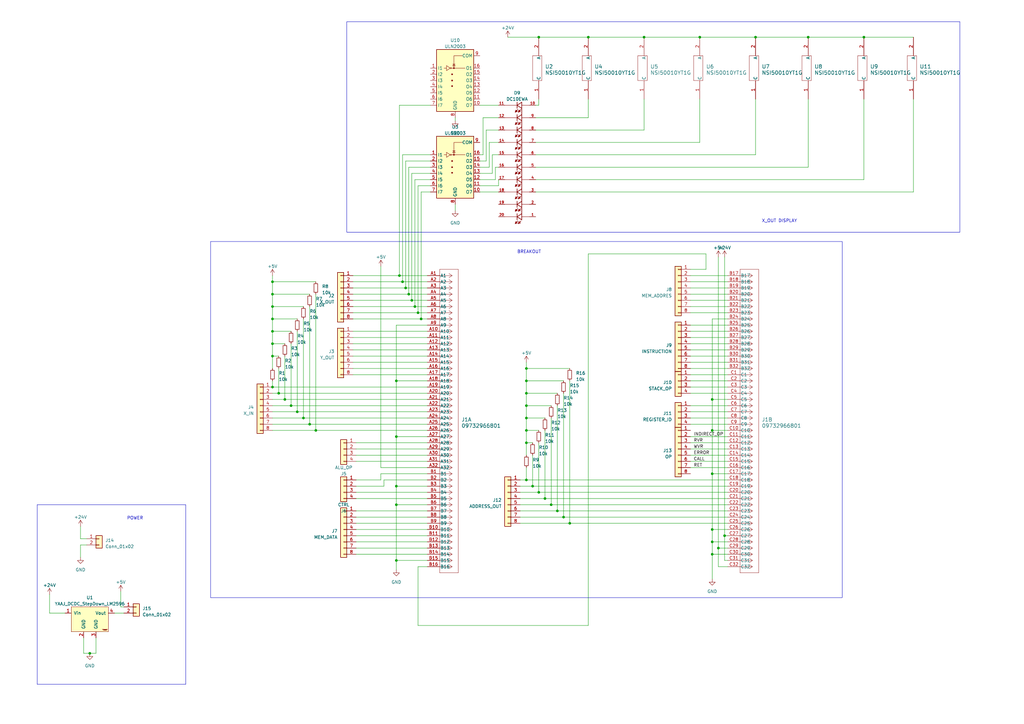
<source format=kicad_sch>
(kicad_sch (version 20230121) (generator eeschema)
  (paper "A3")
  (lib_symbols
    (symbol "41612:09732966801" (pin_names (offset 0.254))
      (property "Reference" "J" (at 8.89 6.35 0))
      (property "Value" "09732966801" (at 0 0 0))
      (symbol "09732966801_1_1"
        (pin unspecified line (at 0 0 0) (length 5.08) (name "A1") (number "A1"))
        (pin unspecified line (at 0 -22.86 0) (length 5.08) (name "A10") (number "A10"))
        (pin unspecified line (at 0 -25.4 0) (length 5.08) (name "A11") (number "A11"))
        (pin unspecified line (at 0 -27.94 0) (length 5.08) (name "A12") (number "A12"))
        (pin unspecified line (at 0 -30.48 0) (length 5.08) (name "A13") (number "A13"))
        (pin unspecified line (at 0 -33.02 0) (length 5.08) (name "A14") (number "A14"))
        (pin unspecified line (at 0 -35.56 0) (length 5.08) (name "A15") (number "A15"))
        (pin unspecified line (at 0 -38.1 0) (length 5.08) (name "A16") (number "A16"))
        (pin unspecified line (at 0 -40.64 0) (length 5.08) (name "A17") (number "A17"))
        (pin unspecified line (at 0 -43.18 0) (length 5.08) (name "A18") (number "A18"))
        (pin unspecified line (at 0 -45.72 0) (length 5.08) (name "A19") (number "A19"))
        (pin unspecified line (at 0 -2.54 0) (length 5.08) (name "A2") (number "A2"))
        (pin unspecified line (at 0 -48.26 0) (length 5.08) (name "A20") (number "A20"))
        (pin unspecified line (at 0 -50.8 0) (length 5.08) (name "A21") (number "A21"))
        (pin unspecified line (at 0 -53.34 0) (length 5.08) (name "A22") (number "A22"))
        (pin unspecified line (at 0 -55.88 0) (length 5.08) (name "A23") (number "A23"))
        (pin unspecified line (at 0 -58.42 0) (length 5.08) (name "A24") (number "A24"))
        (pin unspecified line (at 0 -60.96 0) (length 5.08) (name "A25") (number "A25"))
        (pin unspecified line (at 0 -63.5 0) (length 5.08) (name "A26") (number "A26"))
        (pin unspecified line (at 0 -66.04 0) (length 5.08) (name "A27") (number "A27"))
        (pin unspecified line (at 0 -68.58 0) (length 5.08) (name "A28") (number "A28"))
        (pin unspecified line (at 0 -71.12 0) (length 5.08) (name "A29") (number "A29"))
        (pin unspecified line (at 0 -5.08 0) (length 5.08) (name "A3") (number "A3"))
        (pin unspecified line (at 0 -73.66 0) (length 5.08) (name "A30") (number "A30"))
        (pin unspecified line (at 0 -76.2 0) (length 5.08) (name "A31") (number "A31"))
        (pin unspecified line (at 0 -78.74 0) (length 5.08) (name "A32") (number "A32"))
        (pin unspecified line (at 0 -7.62 0) (length 5.08) (name "A4") (number "A4"))
        (pin unspecified line (at 0 -10.16 0) (length 5.08) (name "A5") (number "A5"))
        (pin unspecified line (at 0 -12.7 0) (length 5.08) (name "A6") (number "A6"))
        (pin unspecified line (at 0 -15.24 0) (length 5.08) (name "A7") (number "A7"))
        (pin unspecified line (at 0 -17.78 0) (length 5.08) (name "A8") (number "A8"))
        (pin unspecified line (at 0 -20.32 0) (length 5.08) (name "A9") (number "A9"))
        (pin unspecified line (at 0 -81.28 0) (length 5.08) (name "B1") (number "B1"))
        (pin unspecified line (at 0 -104.14 0) (length 5.08) (name "B10") (number "B10"))
        (pin unspecified line (at 0 -106.68 0) (length 5.08) (name "B11") (number "B11"))
        (pin unspecified line (at 0 -109.22 0) (length 5.08) (name "B12") (number "B12"))
        (pin unspecified line (at 0 -111.76 0) (length 5.08) (name "B13") (number "B13"))
        (pin unspecified line (at 0 -114.3 0) (length 5.08) (name "B14") (number "B14"))
        (pin unspecified line (at 0 -116.84 0) (length 5.08) (name "B15") (number "B15"))
        (pin unspecified line (at 0 -119.38 0) (length 5.08) (name "B16") (number "B16"))
        (pin unspecified line (at 0 -83.82 0) (length 5.08) (name "B2") (number "B2"))
        (pin unspecified line (at 0 -86.36 0) (length 5.08) (name "B3") (number "B3"))
        (pin unspecified line (at 0 -88.9 0) (length 5.08) (name "B4") (number "B4"))
        (pin unspecified line (at 0 -91.44 0) (length 5.08) (name "B5") (number "B5"))
        (pin unspecified line (at 0 -93.98 0) (length 5.08) (name "B6") (number "B6"))
        (pin unspecified line (at 0 -96.52 0) (length 5.08) (name "B7") (number "B7"))
        (pin unspecified line (at 0 -99.06 0) (length 5.08) (name "B8") (number "B8"))
        (pin unspecified line (at 0 -101.6 0) (length 5.08) (name "B9") (number "B9"))
      )
      (symbol "09732966801_1_2"
        (pin unspecified line (at 0 0 0) (length 5.08) (name "A1") (number "A1"))
        (pin unspecified line (at 0 -22.86 0) (length 5.08) (name "A10") (number "A10"))
        (pin unspecified line (at 0 -25.4 0) (length 5.08) (name "A11") (number "A11"))
        (pin unspecified line (at 0 -27.94 0) (length 5.08) (name "A12") (number "A12"))
        (pin unspecified line (at 0 -30.48 0) (length 5.08) (name "A13") (number "A13"))
        (pin unspecified line (at 0 -33.02 0) (length 5.08) (name "A14") (number "A14"))
        (pin unspecified line (at 0 -35.56 0) (length 5.08) (name "A15") (number "A15"))
        (pin unspecified line (at 0 -38.1 0) (length 5.08) (name "A16") (number "A16"))
        (pin unspecified line (at 0 -40.64 0) (length 5.08) (name "A17") (number "A17"))
        (pin unspecified line (at 0 -43.18 0) (length 5.08) (name "A18") (number "A18"))
        (pin unspecified line (at 0 -45.72 0) (length 5.08) (name "A19") (number "A19"))
        (pin unspecified line (at 0 -2.54 0) (length 5.08) (name "A2") (number "A2"))
        (pin unspecified line (at 0 -48.26 0) (length 5.08) (name "A20") (number "A20"))
        (pin unspecified line (at 0 -50.8 0) (length 5.08) (name "A21") (number "A21"))
        (pin unspecified line (at 0 -53.34 0) (length 5.08) (name "A22") (number "A22"))
        (pin unspecified line (at 0 -55.88 0) (length 5.08) (name "A23") (number "A23"))
        (pin unspecified line (at 0 -58.42 0) (length 5.08) (name "A24") (number "A24"))
        (pin unspecified line (at 0 -60.96 0) (length 5.08) (name "A25") (number "A25"))
        (pin unspecified line (at 0 -63.5 0) (length 5.08) (name "A26") (number "A26"))
        (pin unspecified line (at 0 -66.04 0) (length 5.08) (name "A27") (number "A27"))
        (pin unspecified line (at 0 -68.58 0) (length 5.08) (name "A28") (number "A28"))
        (pin unspecified line (at 0 -71.12 0) (length 5.08) (name "A29") (number "A29"))
        (pin unspecified line (at 0 -5.08 0) (length 5.08) (name "A3") (number "A3"))
        (pin unspecified line (at 0 -73.66 0) (length 5.08) (name "A30") (number "A30"))
        (pin unspecified line (at 0 -76.2 0) (length 5.08) (name "A31") (number "A31"))
        (pin unspecified line (at 0 -78.74 0) (length 5.08) (name "A32") (number "A32"))
        (pin unspecified line (at 0 -7.62 0) (length 5.08) (name "A4") (number "A4"))
        (pin unspecified line (at 0 -10.16 0) (length 5.08) (name "A5") (number "A5"))
        (pin unspecified line (at 0 -12.7 0) (length 5.08) (name "A6") (number "A6"))
        (pin unspecified line (at 0 -15.24 0) (length 5.08) (name "A7") (number "A7"))
        (pin unspecified line (at 0 -17.78 0) (length 5.08) (name "A8") (number "A8"))
        (pin unspecified line (at 0 -20.32 0) (length 5.08) (name "A9") (number "A9"))
        (pin unspecified line (at 0 -81.28 0) (length 5.08) (name "B1") (number "B1"))
        (pin unspecified line (at 0 -104.14 0) (length 5.08) (name "B10") (number "B10"))
        (pin unspecified line (at 0 -106.68 0) (length 5.08) (name "B11") (number "B11"))
        (pin unspecified line (at 0 -109.22 0) (length 5.08) (name "B12") (number "B12"))
        (pin unspecified line (at 0 -111.76 0) (length 5.08) (name "B13") (number "B13"))
        (pin unspecified line (at 0 -114.3 0) (length 5.08) (name "B14") (number "B14"))
        (pin unspecified line (at 0 -116.84 0) (length 5.08) (name "B15") (number "B15"))
        (pin unspecified line (at 0 -119.38 0) (length 5.08) (name "B16") (number "B16"))
        (pin unspecified line (at 0 -83.82 0) (length 5.08) (name "B2") (number "B2"))
        (pin unspecified line (at 0 -86.36 0) (length 5.08) (name "B3") (number "B3"))
        (pin unspecified line (at 0 -88.9 0) (length 5.08) (name "B4") (number "B4"))
        (pin unspecified line (at 0 -91.44 0) (length 5.08) (name "B5") (number "B5"))
        (pin unspecified line (at 0 -93.98 0) (length 5.08) (name "B6") (number "B6"))
        (pin unspecified line (at 0 -96.52 0) (length 5.08) (name "B7") (number "B7"))
        (pin unspecified line (at 0 -99.06 0) (length 5.08) (name "B8") (number "B8"))
        (pin unspecified line (at 0 -101.6 0) (length 5.08) (name "B9") (number "B9"))
      )
      (symbol "09732966801_2_1"
        (pin unspecified line (at 0 0 0) (length 5.08) (name "B17") (number "B17"))
        (pin unspecified line (at 0 -2.54 0) (length 5.08) (name "B18") (number "B18"))
        (pin unspecified line (at 0 -5.08 0) (length 5.08) (name "B19") (number "B19"))
        (pin unspecified line (at 0 -7.62 0) (length 5.08) (name "B20") (number "B20"))
        (pin unspecified line (at 0 -10.16 0) (length 5.08) (name "B21") (number "B21"))
        (pin unspecified line (at 0 -12.7 0) (length 5.08) (name "B22") (number "B22"))
        (pin unspecified line (at 0 -15.24 0) (length 5.08) (name "B23") (number "B23"))
        (pin unspecified line (at 0 -17.78 0) (length 5.08) (name "B24") (number "B24"))
        (pin unspecified line (at 0 -20.32 0) (length 5.08) (name "B25") (number "B25"))
        (pin unspecified line (at 0 -22.86 0) (length 5.08) (name "B26") (number "B26"))
        (pin unspecified line (at 0 -25.4 0) (length 5.08) (name "B27") (number "B27"))
        (pin unspecified line (at 0 -27.94 0) (length 5.08) (name "B28") (number "B28"))
        (pin unspecified line (at 0 -30.48 0) (length 5.08) (name "B29") (number "B29"))
        (pin unspecified line (at 0 -33.02 0) (length 5.08) (name "B30") (number "B30"))
        (pin unspecified line (at 0 -35.56 0) (length 5.08) (name "B31") (number "B31"))
        (pin unspecified line (at 0 -38.1 0) (length 5.08) (name "B32") (number "B32"))
        (pin unspecified line (at 0 -40.64 0) (length 5.08) (name "C1") (number "C1"))
        (pin unspecified line (at 0 -63.5 0) (length 5.08) (name "C10") (number "C10"))
        (pin unspecified line (at 0 -66.04 0) (length 5.08) (name "C11") (number "C11"))
        (pin unspecified line (at 0 -68.58 0) (length 5.08) (name "C12") (number "C12"))
        (pin unspecified line (at 0 -71.12 0) (length 5.08) (name "C13") (number "C13"))
        (pin unspecified line (at 0 -73.66 0) (length 5.08) (name "C14") (number "C14"))
        (pin unspecified line (at 0 -76.2 0) (length 5.08) (name "C15") (number "C15"))
        (pin unspecified line (at 0 -78.74 0) (length 5.08) (name "C16") (number "C16"))
        (pin unspecified line (at 0 -81.28 0) (length 5.08) (name "C17") (number "C17"))
        (pin unspecified line (at 0 -83.82 0) (length 5.08) (name "C18") (number "C18"))
        (pin unspecified line (at 0 -86.36 0) (length 5.08) (name "C19") (number "C19"))
        (pin unspecified line (at 0 -43.18 0) (length 5.08) (name "C2") (number "C2"))
        (pin unspecified line (at 0 -88.9 0) (length 5.08) (name "C20") (number "C20"))
        (pin unspecified line (at 0 -91.44 0) (length 5.08) (name "C21") (number "C21"))
        (pin unspecified line (at 0 -93.98 0) (length 5.08) (name "C22") (number "C22"))
        (pin unspecified line (at 0 -96.52 0) (length 5.08) (name "C23") (number "C23"))
        (pin unspecified line (at 0 -99.06 0) (length 5.08) (name "C24") (number "C24"))
        (pin unspecified line (at 0 -101.6 0) (length 5.08) (name "C25") (number "C25"))
        (pin unspecified line (at 0 -104.14 0) (length 5.08) (name "C26") (number "C26"))
        (pin unspecified line (at 0 -106.68 0) (length 5.08) (name "C27") (number "C27"))
        (pin unspecified line (at 0 -109.22 0) (length 5.08) (name "C28") (number "C28"))
        (pin unspecified line (at 0 -111.76 0) (length 5.08) (name "C29") (number "C29"))
        (pin unspecified line (at 0 -45.72 0) (length 5.08) (name "C3") (number "C3"))
        (pin unspecified line (at 0 -114.3 0) (length 5.08) (name "C30") (number "C30"))
        (pin unspecified line (at 0 -116.84 0) (length 5.08) (name "C31") (number "C31"))
        (pin unspecified line (at 0 -119.38 0) (length 5.08) (name "C32") (number "C32"))
        (pin unspecified line (at 0 -48.26 0) (length 5.08) (name "C4") (number "C4"))
        (pin unspecified line (at 0 -50.8 0) (length 5.08) (name "C5") (number "C5"))
        (pin unspecified line (at 0 -53.34 0) (length 5.08) (name "C6") (number "C6"))
        (pin unspecified line (at 0 -55.88 0) (length 5.08) (name "C7") (number "C7"))
        (pin unspecified line (at 0 -58.42 0) (length 5.08) (name "C8") (number "C8"))
        (pin unspecified line (at 0 -60.96 0) (length 5.08) (name "C9") (number "C9"))
      )
      (symbol "09732966801_2_2"
        (pin unspecified line (at 0 0 0) (length 5.08) (name "B17") (number "B17"))
        (pin unspecified line (at 0 -2.54 0) (length 5.08) (name "B18") (number "B18"))
        (pin unspecified line (at 0 -5.08 0) (length 5.08) (name "B19") (number "B19"))
        (pin unspecified line (at 0 -7.62 0) (length 5.08) (name "B20") (number "B20"))
        (pin unspecified line (at 0 -10.16 0) (length 5.08) (name "B21") (number "B21"))
        (pin unspecified line (at 0 -12.7 0) (length 5.08) (name "B22") (number "B22"))
        (pin unspecified line (at 0 -15.24 0) (length 5.08) (name "B23") (number "B23"))
        (pin unspecified line (at 0 -17.78 0) (length 5.08) (name "B24") (number "B24"))
        (pin unspecified line (at 0 -20.32 0) (length 5.08) (name "B25") (number "B25"))
        (pin unspecified line (at 0 -22.86 0) (length 5.08) (name "B26") (number "B26"))
        (pin unspecified line (at 0 -25.4 0) (length 5.08) (name "B27") (number "B27"))
        (pin unspecified line (at 0 -27.94 0) (length 5.08) (name "B28") (number "B28"))
        (pin unspecified line (at 0 -30.48 0) (length 5.08) (name "B29") (number "B29"))
        (pin unspecified line (at 0 -33.02 0) (length 5.08) (name "B30") (number "B30"))
        (pin unspecified line (at 0 -35.56 0) (length 5.08) (name "B31") (number "B31"))
        (pin unspecified line (at 0 -38.1 0) (length 5.08) (name "B32") (number "B32"))
        (pin unspecified line (at 0 -40.64 0) (length 5.08) (name "C1") (number "C1"))
        (pin unspecified line (at 0 -63.5 0) (length 5.08) (name "C10") (number "C10"))
        (pin unspecified line (at 0 -66.04 0) (length 5.08) (name "C11") (number "C11"))
        (pin unspecified line (at 0 -68.58 0) (length 5.08) (name "C12") (number "C12"))
        (pin unspecified line (at 0 -71.12 0) (length 5.08) (name "C13") (number "C13"))
        (pin unspecified line (at 0 -73.66 0) (length 5.08) (name "C14") (number "C14"))
        (pin unspecified line (at 0 -76.2 0) (length 5.08) (name "C15") (number "C15"))
        (pin unspecified line (at 0 -78.74 0) (length 5.08) (name "C16") (number "C16"))
        (pin unspecified line (at 0 -81.28 0) (length 5.08) (name "C17") (number "C17"))
        (pin unspecified line (at 0 -83.82 0) (length 5.08) (name "C18") (number "C18"))
        (pin unspecified line (at 0 -86.36 0) (length 5.08) (name "C19") (number "C19"))
        (pin unspecified line (at 0 -43.18 0) (length 5.08) (name "C2") (number "C2"))
        (pin unspecified line (at 0 -88.9 0) (length 5.08) (name "C20") (number "C20"))
        (pin unspecified line (at 0 -91.44 0) (length 5.08) (name "C21") (number "C21"))
        (pin unspecified line (at 0 -93.98 0) (length 5.08) (name "C22") (number "C22"))
        (pin unspecified line (at 0 -96.52 0) (length 5.08) (name "C23") (number "C23"))
        (pin unspecified line (at 0 -99.06 0) (length 5.08) (name "C24") (number "C24"))
        (pin unspecified line (at 0 -101.6 0) (length 5.08) (name "C25") (number "C25"))
        (pin unspecified line (at 0 -104.14 0) (length 5.08) (name "C26") (number "C26"))
        (pin unspecified line (at 0 -106.68 0) (length 5.08) (name "C27") (number "C27"))
        (pin unspecified line (at 0 -109.22 0) (length 5.08) (name "C28") (number "C28"))
        (pin unspecified line (at 0 -111.76 0) (length 5.08) (name "C29") (number "C29"))
        (pin unspecified line (at 0 -45.72 0) (length 5.08) (name "C3") (number "C3"))
        (pin unspecified line (at 0 -114.3 0) (length 5.08) (name "C30") (number "C30"))
        (pin unspecified line (at 0 -116.84 0) (length 5.08) (name "C31") (number "C31"))
        (pin unspecified line (at 0 -119.38 0) (length 5.08) (name "C32") (number "C32"))
        (pin unspecified line (at 0 -48.26 0) (length 5.08) (name "C4") (number "C4"))
        (pin unspecified line (at 0 -50.8 0) (length 5.08) (name "C5") (number "C5"))
        (pin unspecified line (at 0 -53.34 0) (length 5.08) (name "C6") (number "C6"))
        (pin unspecified line (at 0 -55.88 0) (length 5.08) (name "C7") (number "C7"))
        (pin unspecified line (at 0 -58.42 0) (length 5.08) (name "C8") (number "C8"))
        (pin unspecified line (at 0 -60.96 0) (length 5.08) (name "C9") (number "C9"))
      )
    )
    (symbol "Connector_Generic:Conn_01x02" (pin_names (offset 1.016) hide)
      (property "Reference" "J" (at 0 2.54 0))
      (property "Value" "Conn_01x02" (at 0 -5.08 0))
      (symbol "Conn_01x02_1_1"
        (pin passive line (at -5.08 0 0) (length 3.81) (name "Pin_1") (number "1"))
        (pin passive line (at -5.08 -2.54 0) (length 3.81) (name "Pin_2") (number "2"))
      )
    )
    (symbol "Connector_Generic:Conn_01x04" (pin_names (offset 1.016) hide)
      (property "Reference" "J" (at 0 5.08 0))
      (property "Value" "Conn_01x04" (at 0 -7.62 0))
      (symbol "Conn_01x04_1_1"
        (pin passive line (at -5.08 2.54 0) (length 3.81) (name "Pin_1") (number "1"))
        (pin passive line (at -5.08 0 0) (length 3.81) (name "Pin_2") (number "2"))
        (pin passive line (at -5.08 -2.54 0) (length 3.81) (name "Pin_3") (number "3"))
        (pin passive line (at -5.08 -5.08 0) (length 3.81) (name "Pin_4") (number "4"))
      )
    )
    (symbol "Connector_Generic:Conn_01x08" (pin_names (offset 1.016) hide)
      (property "Reference" "J" (at 0 10.16 0))
      (property "Value" "Conn_01x08" (at 0 -12.7 0))
      (symbol "Conn_01x08_1_1"
        (pin passive line (at -5.08 7.62 0) (length 3.81) (name "Pin_1") (number "1"))
        (pin passive line (at -5.08 5.08 0) (length 3.81) (name "Pin_2") (number "2"))
        (pin passive line (at -5.08 2.54 0) (length 3.81) (name "Pin_3") (number "3"))
        (pin passive line (at -5.08 0 0) (length 3.81) (name "Pin_4") (number "4"))
        (pin passive line (at -5.08 -2.54 0) (length 3.81) (name "Pin_5") (number "5"))
        (pin passive line (at -5.08 -5.08 0) (length 3.81) (name "Pin_6") (number "6"))
        (pin passive line (at -5.08 -7.62 0) (length 3.81) (name "Pin_7") (number "7"))
        (pin passive line (at -5.08 -10.16 0) (length 3.81) (name "Pin_8") (number "8"))
      )
    )
    (symbol "DC10EWA:DC10EWA" (pin_names (offset 1.016))
      (property "Reference" "D" (at -7.62 27.94 0))
      (property "Value" "DC10EWA" (at -7.62 -27.94 0))
      (symbol "DC10EWA_0_0"
        (pin passive line (at -7.62 22.86 0) (length 2.54) (name "~") (number "1"))
        (pin passive line (at -7.62 -22.86 0) (length 2.54) (name "~") (number "10"))
        (pin passive line (at 7.62 -22.86 180) (length 2.54) (name "~") (number "11"))
        (pin passive line (at 7.62 -17.78 180) (length 2.54) (name "~") (number "12"))
        (pin passive line (at 7.62 -12.7 180) (length 2.54) (name "~") (number "13"))
        (pin passive line (at 7.62 -7.62 180) (length 2.54) (name "~") (number "14"))
        (pin passive line (at 7.62 -2.54 180) (length 2.54) (name "~") (number "15"))
        (pin passive line (at 7.62 2.54 180) (length 2.54) (name "~") (number "16"))
        (pin passive line (at 7.62 7.62 180) (length 2.54) (name "~") (number "17"))
        (pin passive line (at 7.62 12.7 180) (length 2.54) (name "~") (number "18"))
        (pin passive line (at 7.62 17.78 180) (length 2.54) (name "~") (number "19"))
        (pin passive line (at -7.62 17.78 0) (length 2.54) (name "~") (number "2"))
        (pin passive line (at 7.62 22.86 180) (length 2.54) (name "~") (number "20"))
        (pin passive line (at -7.62 12.7 0) (length 2.54) (name "~") (number "3"))
        (pin passive line (at -7.62 7.62 0) (length 2.54) (name "~") (number "4"))
        (pin passive line (at -7.62 2.54 0) (length 2.54) (name "~") (number "5"))
        (pin passive line (at -7.62 -2.54 0) (length 2.54) (name "~") (number "6"))
        (pin passive line (at -7.62 -7.62 0) (length 2.54) (name "~") (number "7"))
        (pin passive line (at -7.62 -12.7 0) (length 2.54) (name "~") (number "8"))
        (pin passive line (at -7.62 -17.78 0) (length 2.54) (name "~") (number "9"))
      )
    )
    (symbol "Device:R_Small" (pin_numbers hide) (pin_names (offset 0.254) hide)
      (property "Reference" "R" (at 0.762 0.508 0))
      (property "Value" "R_Small" (at 0.762 -1.016 0))
      (symbol "R_Small_1_1"
        (pin passive line (at 0 2.54 270) (length 0.762) (name "~") (number "1"))
        (pin passive line (at 0 -2.54 90) (length 0.762) (name "~") (number "2"))
      )
    )
    (symbol "NSI:NSI50010YT1G" (pin_names (offset 0.254))
      (property "Reference" "U" (at 12.7 7.62 0))
      (property "Value" "NSI50010YT1G" (at 12.7 5.08 0))
      (symbol "NSI50010YT1G_0_1"
        (pin power_out line (at 0 0 0) (length 7.62) (name "C") (number "1"))
        (pin power_in line (at 25.4 0 180) (length 7.62) (name "A") (number "2"))
      )
    )
    (symbol "Transistor_Array:ULN2003"
      (property "Reference" "U" (at 0 15.875 0))
      (property "Value" "ULN2003" (at 0 13.97 0))
      (symbol "ULN2003_1_1"
        (pin input line (at -10.16 5.08 0) (length 2.54) (name "I1") (number "1"))
        (pin open_collector line (at 10.16 -10.16 180) (length 2.54) (name "O7") (number "10"))
        (pin open_collector line (at 10.16 -7.62 180) (length 2.54) (name "O6") (number "11"))
        (pin open_collector line (at 10.16 -5.08 180) (length 2.54) (name "O5") (number "12"))
        (pin open_collector line (at 10.16 -2.54 180) (length 2.54) (name "O4") (number "13"))
        (pin open_collector line (at 10.16 0 180) (length 2.54) (name "O3") (number "14"))
        (pin open_collector line (at 10.16 2.54 180) (length 2.54) (name "O2") (number "15"))
        (pin open_collector line (at 10.16 5.08 180) (length 2.54) (name "O1") (number "16"))
        (pin input line (at -10.16 2.54 0) (length 2.54) (name "I2") (number "2"))
        (pin input line (at -10.16 0 0) (length 2.54) (name "I3") (number "3"))
        (pin input line (at -10.16 -2.54 0) (length 2.54) (name "I4") (number "4"))
        (pin input line (at -10.16 -5.08 0) (length 2.54) (name "I5") (number "5"))
        (pin input line (at -10.16 -7.62 0) (length 2.54) (name "I6") (number "6"))
        (pin input line (at -10.16 -10.16 0) (length 2.54) (name "I7") (number "7"))
        (pin power_in line (at 0 -15.24 90) (length 2.54) (name "GND") (number "8"))
        (pin passive line (at 10.16 10.16 180) (length 2.54) (name "COM") (number "9"))
      )
    )
    (symbol "power:+24V" (power) (pin_names (offset 0))
      (property "Value" "+24V" (at 0 3.556 0))
      (symbol "+24V_1_1"
        (pin power_in line (at 0 0 90) (length 0) hide (name "+24V") (number "1"))
      )
    )
    (symbol "power:+5V" (power) (pin_names (offset 0))
      (property "Value" "+5V" (at 0 3.556 0))
      (symbol "+5V_1_1"
        (pin power_in line (at 0 0 90) (length 0) hide (name "+5V") (number "1"))
      )
    )
    (symbol "power:GND" (power) (pin_names (offset 0))
      (property "Value" "GND" (at 0 -3.81 0))
      (symbol "GND_1_1"
        (pin power_in line (at 0 0 270) (length 0) hide (name "GND") (number "1"))
      )
    )
    (symbol "yaaj_dcdc_stepdown_lm2596:YAAJ_DCDC_StepDown_LM2596" (pin_names (offset 1.016))
      (property "Reference" "U" (at -5.08 6.35 0))
      (property "Value" "YAAJ_DCDC_StepDown_LM2596" (at 0 11.43 0))
      (symbol "YAAJ_DCDC_StepDown_LM2596_1_1"
        (text "Y@@V" (at 6.1976 -4.2672 0) (effects (font (size 0.508 0.508))))
        (pin power_in line (at -10.16 2.54 0) (length 2.54) (name "Vin") (number "1"))
        (pin power_in line (at -2.54 -7.62 90) (length 2.54) (name "GND") (number "2"))
        (pin power_in line (at 2.54 -7.62 90) (length 2.54) (name "GND") (number "3"))
        (pin power_out line (at 10.16 2.54 180) (length 2.54) (name "Vout") (number "4"))
      )
    )
  )
  (junction (at 168.91 123.19))
  (junction (at 292.1 176.53))
  (junction (at 162.56 156.21))
  (junction (at 124.46 171.45))
  (junction (at 215.9 156.21))
  (junction (at 162.56 229.87))
  (junction (at 241.3 15.24))
  (junction (at 220.98 201.93))
  (junction (at 292.1 163.83))
  (junction (at 129.54 176.53))
  (junction (at 215.9 161.29))
  (junction (at 170.18 125.73))
  (junction (at 215.9 196.85))
  (junction (at 163.83 113.03))
  (junction (at 171.45 128.27))
  (junction (at 287.02 15.24))
  (junction (at 294.64 224.79))
  (junction (at 116.84 163.83))
  (junction (at 172.72 130.81))
  (junction (at 111.76 146.05))
  (junction (at 215.9 151.13))
  (junction (at 111.76 140.97))
  (junction (at 215.9 166.37))
  (junction (at 114.3 161.29))
  (junction (at 292.1 194.31))
  (junction (at 127 173.99))
  (junction (at 111.76 158.75))
  (junction (at 215.9 171.45))
  (junction (at 309.88 15.24))
  (junction (at 233.68 214.63))
  (junction (at 292.1 217.17))
  (junction (at 292.1 222.25))
  (junction (at 218.44 199.39))
  (junction (at 162.56 199.39))
  (junction (at 166.37 118.11))
  (junction (at 121.92 168.91))
  (junction (at 292.1 227.33))
  (junction (at 111.76 115.57))
  (junction (at 167.64 120.65))
  (junction (at 215.9 176.53))
  (junction (at 165.1 115.57))
  (junction (at 111.76 125.73))
  (junction (at 162.56 179.07))
  (junction (at 297.18 219.71))
  (junction (at 223.52 204.47))
  (junction (at 162.56 207.01))
  (junction (at 119.38 166.37))
  (junction (at 111.76 130.81))
  (junction (at 215.9 181.61))
  (junction (at 354.33 15.24))
  (junction (at 36.83 267.97))
  (junction (at 111.76 135.89))
  (junction (at 264.16 15.24))
  (junction (at 231.14 212.09))
  (junction (at 331.47 15.24))
  (junction (at 111.76 120.65))
  (junction (at 220.98 15.24))
  (junction (at 228.6 209.55))
  (junction (at 226.06 207.01))
  (wire (pts (xy 162.56 207.01) (xy 175.26 207.01)))
  (wire (pts (xy 292.1 130.81) (xy 292.1 163.83)))
  (wire (pts (xy 20.32 251.46) (xy 20.32 243.84)))
  (wire (pts (xy 231.14 161.29) (xy 231.14 212.09)))
  (wire (pts (xy 213.36 214.63) (xy 233.68 214.63)))
  (wire (pts (xy 218.44 186.69) (xy 218.44 199.39)))
  (wire (pts (xy 111.76 130.81) (xy 121.92 130.81)))
  (wire (pts (xy 163.83 43.18) (xy 163.83 113.03)))
  (wire (pts (xy 215.9 151.13) (xy 233.68 151.13)))
  (wire (pts (xy 146.05 224.79) (xy 175.26 224.79)))
  (wire (pts (xy 146.05 212.09) (xy 175.26 212.09)))
  (wire (pts (xy 283.21 138.43) (xy 298.45 138.43)))
  (wire (pts (xy 171.45 232.41) (xy 171.45 256.54)))
  (wire (pts (xy 283.21 118.11) (xy 298.45 118.11)))
  (wire (pts (xy 111.76 120.65) (xy 111.76 125.73)))
  (wire (pts (xy 111.76 146.05) (xy 111.76 151.13)))
  (wire (pts (xy 111.76 163.83) (xy 116.84 163.83)))
  (wire (pts (xy 215.9 161.29) (xy 228.6 161.29)))
  (wire (pts (xy 292.1 217.17) (xy 292.1 222.25)))
  (wire (pts (xy 146.05 219.71) (xy 175.26 219.71)))
  (wire (pts (xy 157.48 199.39) (xy 146.05 199.39)))
  (wire (pts (xy 354.33 73.66) (xy 354.33 40.64)))
  (wire (pts (xy 226.06 171.45) (xy 226.06 207.01)))
  (wire (pts (xy 283.21 140.97) (xy 298.45 140.97)))
  (wire (pts (xy 292.1 227.33) (xy 292.1 237.49)))
  (wire (pts (xy 215.9 171.45) (xy 223.52 171.45)))
  (wire (pts (xy 146.05 204.47) (xy 175.26 204.47)))
  (wire (pts (xy 215.9 191.77) (xy 215.9 196.85)))
  (wire (pts (xy 215.9 166.37) (xy 226.06 166.37)))
  (wire (pts (xy 287.02 15.24) (xy 309.88 15.24)))
  (wire (pts (xy 49.53 248.92) (xy 50.8 248.92)))
  (wire (pts (xy 34.29 267.97) (xy 36.83 267.97)))
  (wire (pts (xy 111.76 168.91) (xy 121.92 168.91)))
  (wire (pts (xy 175.26 133.35) (xy 162.56 133.35)))
  (wire (pts (xy 219.71 68.58) (xy 331.47 68.58)))
  (wire (pts (xy 146.05 217.17) (xy 175.26 217.17)))
  (wire (pts (xy 165.1 63.5) (xy 165.1 115.57)))
  (wire (pts (xy 228.6 209.55) (xy 298.45 209.55)))
  (wire (pts (xy 170.18 125.73) (xy 175.26 125.73)))
  (wire (pts (xy 157.48 196.85) (xy 157.48 199.39)))
  (wire (pts (xy 175.26 191.77) (xy 156.21 191.77)))
  (wire (pts (xy 297.18 229.87) (xy 297.18 219.71)))
  (wire (pts (xy 292.1 217.17) (xy 298.45 217.17)))
  (wire (pts (xy 215.9 156.21) (xy 231.14 156.21)))
  (wire (pts (xy 196.85 43.18) (xy 204.47 43.18)))
  (wire (pts (xy 283.21 133.35) (xy 298.45 133.35)))
  (wire (pts (xy 233.68 214.63) (xy 298.45 214.63)))
  (wire (pts (xy 215.9 148.59) (xy 215.9 151.13)))
  (wire (pts (xy 162.56 133.35) (xy 162.56 156.21)))
  (wire (pts (xy 283.21 115.57) (xy 298.45 115.57)))
  (wire (pts (xy 283.21 181.61) (xy 298.45 181.61)))
  (wire (pts (xy 176.53 68.58) (xy 167.64 68.58)))
  (wire (pts (xy 176.53 76.2) (xy 171.45 76.2)))
  (wire (pts (xy 264.16 53.34) (xy 264.16 40.64)))
  (wire (pts (xy 176.53 73.66) (xy 170.18 73.66)))
  (wire (pts (xy 213.36 204.47) (xy 223.52 204.47)))
  (wire (pts (xy 219.71 58.42) (xy 287.02 58.42)))
  (wire (pts (xy 186.69 83.82) (xy 186.69 86.36)))
  (wire (pts (xy 297.18 105.41) (xy 297.18 219.71)))
  (wire (pts (xy 283.21 191.77) (xy 298.45 191.77)))
  (wire (pts (xy 200.66 58.42) (xy 204.47 58.42)))
  (wire (pts (xy 175.26 194.31) (xy 156.21 194.31)))
  (wire (pts (xy 156.21 194.31) (xy 156.21 196.85)))
  (wire (pts (xy 124.46 171.45) (xy 175.26 171.45)))
  (wire (pts (xy 264.16 15.24) (xy 287.02 15.24)))
  (wire (pts (xy 292.1 222.25) (xy 298.45 222.25)))
  (wire (pts (xy 226.06 207.01) (xy 298.45 207.01)))
  (wire (pts (xy 162.56 199.39) (xy 175.26 199.39)))
  (wire (pts (xy 49.53 242.57) (xy 49.53 248.92)))
  (wire (pts (xy 208.28 15.24) (xy 220.98 15.24)))
  (wire (pts (xy 121.92 168.91) (xy 175.26 168.91)))
  (wire (pts (xy 215.9 161.29) (xy 215.9 166.37)))
  (wire (pts (xy 298.45 130.81) (xy 292.1 130.81)))
  (wire (pts (xy 111.76 176.53) (xy 129.54 176.53)))
  (wire (pts (xy 144.78 135.89) (xy 175.26 135.89)))
  (wire (pts (xy 111.76 135.89) (xy 119.38 135.89)))
  (wire (pts (xy 39.37 261.62) (xy 39.37 267.97)))
  (wire (pts (xy 162.56 179.07) (xy 162.56 199.39)))
  (wire (pts (xy 127 173.99) (xy 175.26 173.99)))
  (wire (pts (xy 220.98 43.18) (xy 220.98 40.64)))
  (wire (pts (xy 223.52 204.47) (xy 298.45 204.47)))
  (wire (pts (xy 34.29 261.62) (xy 34.29 267.97)))
  (wire (pts (xy 196.85 76.2) (xy 204.47 76.2)))
  (wire (pts (xy 162.56 199.39) (xy 162.56 207.01)))
  (wire (pts (xy 204.47 76.2) (xy 204.47 73.66)))
  (wire (pts (xy 283.21 173.99) (xy 298.45 173.99)))
  (wire (pts (xy 218.44 199.39) (xy 298.45 199.39)))
  (wire (pts (xy 298.45 224.79) (xy 294.64 224.79)))
  (wire (pts (xy 241.3 48.26) (xy 241.3 40.64)))
  (wire (pts (xy 111.76 125.73) (xy 111.76 130.81)))
  (wire (pts (xy 175.26 229.87) (xy 162.56 229.87)))
  (wire (pts (xy 144.78 151.13) (xy 175.26 151.13)))
  (wire (pts (xy 298.45 219.71) (xy 297.18 219.71)))
  (wire (pts (xy 111.76 173.99) (xy 127 173.99)))
  (wire (pts (xy 111.76 115.57) (xy 129.54 115.57)))
  (wire (pts (xy 213.36 209.55) (xy 228.6 209.55)))
  (wire (pts (xy 162.56 229.87) (xy 162.56 233.68)))
  (wire (pts (xy 129.54 120.65) (xy 129.54 176.53)))
  (wire (pts (xy 201.93 63.5) (xy 204.47 63.5)))
  (wire (pts (xy 186.69 48.26) (xy 186.69 49.53)))
  (wire (pts (xy 114.3 151.13) (xy 114.3 161.29)))
  (wire (pts (xy 35.56 223.52) (xy 33.02 223.52)))
  (wire (pts (xy 354.33 15.24) (xy 374.65 15.24)))
  (wire (pts (xy 144.78 153.67) (xy 175.26 153.67)))
  (wire (pts (xy 162.56 179.07) (xy 175.26 179.07)))
  (wire (pts (xy 309.88 63.5) (xy 309.88 40.64)))
  (wire (pts (xy 283.21 166.37) (xy 298.45 166.37)))
  (wire (pts (xy 196.85 73.66) (xy 203.2 73.66)))
  (wire (pts (xy 144.78 143.51) (xy 175.26 143.51)))
  (wire (pts (xy 146.05 209.55) (xy 175.26 209.55)))
  (wire (pts (xy 111.76 125.73) (xy 124.46 125.73)))
  (wire (pts (xy 283.21 186.69) (xy 298.45 186.69)))
  (wire (pts (xy 215.9 181.61) (xy 218.44 181.61)))
  (wire (pts (xy 199.39 53.34) (xy 204.47 53.34)))
  (wire (pts (xy 215.9 176.53) (xy 215.9 181.61)))
  (wire (pts (xy 111.76 156.21) (xy 111.76 158.75)))
  (wire (pts (xy 166.37 118.11) (xy 175.26 118.11)))
  (wire (pts (xy 119.38 166.37) (xy 175.26 166.37)))
  (wire (pts (xy 162.56 156.21) (xy 175.26 156.21)))
  (wire (pts (xy 241.3 15.24) (xy 264.16 15.24)))
  (wire (pts (xy 215.9 171.45) (xy 215.9 176.53)))
  (wire (pts (xy 283.21 171.45) (xy 298.45 171.45)))
  (wire (pts (xy 176.53 78.74) (xy 172.72 78.74)))
  (wire (pts (xy 292.1 163.83) (xy 292.1 176.53)))
  (wire (pts (xy 200.66 68.58) (xy 200.66 58.42)))
  (wire (pts (xy 119.38 140.97) (xy 119.38 166.37)))
  (wire (pts (xy 144.78 123.19) (xy 168.91 123.19)))
  (wire (pts (xy 215.9 196.85) (xy 298.45 196.85)))
  (wire (pts (xy 241.3 256.54) (xy 241.3 104.14)))
  (wire (pts (xy 220.98 201.93) (xy 298.45 201.93)))
  (wire (pts (xy 166.37 66.04) (xy 166.37 118.11)))
  (wire (pts (xy 176.53 71.12) (xy 168.91 71.12)))
  (wire (pts (xy 167.64 120.65) (xy 175.26 120.65)))
  (wire (pts (xy 33.02 215.9) (xy 33.02 220.98)))
  (wire (pts (xy 292.1 227.33) (xy 298.45 227.33)))
  (wire (pts (xy 129.54 176.53) (xy 175.26 176.53)))
  (wire (pts (xy 144.78 130.81) (xy 172.72 130.81)))
  (wire (pts (xy 171.45 128.27) (xy 175.26 128.27)))
  (wire (pts (xy 156.21 196.85) (xy 146.05 196.85)))
  (wire (pts (xy 176.53 43.18) (xy 163.83 43.18)))
  (wire (pts (xy 144.78 120.65) (xy 167.64 120.65)))
  (wire (pts (xy 220.98 15.24) (xy 241.3 15.24)))
  (wire (pts (xy 213.36 201.93) (xy 220.98 201.93)))
  (wire (pts (xy 172.72 78.74) (xy 172.72 130.81)))
  (wire (pts (xy 283.21 143.51) (xy 298.45 143.51)))
  (wire (pts (xy 144.78 148.59) (xy 175.26 148.59)))
  (wire (pts (xy 331.47 15.24) (xy 354.33 15.24)))
  (wire (pts (xy 198.12 48.26) (xy 204.47 48.26)))
  (wire (pts (xy 199.39 66.04) (xy 199.39 53.34)))
  (wire (pts (xy 196.85 71.12) (xy 201.93 71.12)))
  (wire (pts (xy 111.76 158.75) (xy 175.26 158.75)))
  (wire (pts (xy 283.21 184.15) (xy 298.45 184.15)))
  (wire (pts (xy 219.71 63.5) (xy 309.88 63.5)))
  (wire (pts (xy 111.76 146.05) (xy 114.3 146.05)))
  (wire (pts (xy 127 125.73) (xy 127 173.99)))
  (wire (pts (xy 172.72 130.81) (xy 175.26 130.81)))
  (wire (pts (xy 374.65 78.74) (xy 374.65 40.64)))
  (wire (pts (xy 168.91 123.19) (xy 175.26 123.19)))
  (wire (pts (xy 35.56 220.98) (xy 33.02 220.98)))
  (wire (pts (xy 283.21 113.03) (xy 298.45 113.03)))
  (wire (pts (xy 111.76 166.37) (xy 119.38 166.37)))
  (wire (pts (xy 215.9 151.13) (xy 215.9 156.21)))
  (wire (pts (xy 20.32 251.46) (xy 26.67 251.46)))
  (wire (pts (xy 283.21 153.67) (xy 298.45 153.67)))
  (wire (pts (xy 213.36 207.01) (xy 226.06 207.01)))
  (wire (pts (xy 292.1 176.53) (xy 298.45 176.53)))
  (wire (pts (xy 196.85 63.5) (xy 198.12 63.5)))
  (wire (pts (xy 144.78 115.57) (xy 165.1 115.57)))
  (wire (pts (xy 298.45 229.87) (xy 297.18 229.87)))
  (wire (pts (xy 203.2 73.66) (xy 203.2 68.58)))
  (wire (pts (xy 156.21 191.77) (xy 156.21 109.22)))
  (wire (pts (xy 111.76 113.03) (xy 111.76 115.57)))
  (wire (pts (xy 287.02 58.42) (xy 287.02 40.64)))
  (wire (pts (xy 144.78 128.27) (xy 171.45 128.27)))
  (wire (pts (xy 33.02 223.52) (xy 33.02 228.6)))
  (wire (pts (xy 162.56 207.01) (xy 162.56 229.87)))
  (wire (pts (xy 146.05 181.61) (xy 175.26 181.61)))
  (wire (pts (xy 231.14 212.09) (xy 298.45 212.09)))
  (wire (pts (xy 171.45 256.54) (xy 241.3 256.54)))
  (wire (pts (xy 283.21 148.59) (xy 298.45 148.59)))
  (wire (pts (xy 144.78 125.73) (xy 170.18 125.73)))
  (wire (pts (xy 146.05 222.25) (xy 175.26 222.25)))
  (wire (pts (xy 283.21 161.29) (xy 298.45 161.29)))
  (wire (pts (xy 146.05 184.15) (xy 175.26 184.15)))
  (wire (pts (xy 144.78 113.03) (xy 163.83 113.03)))
  (wire (pts (xy 213.36 212.09) (xy 231.14 212.09)))
  (wire (pts (xy 294.64 232.41) (xy 294.64 224.79)))
  (wire (pts (xy 196.85 66.04) (xy 199.39 66.04)))
  (wire (pts (xy 144.78 140.97) (xy 175.26 140.97)))
  (wire (pts (xy 116.84 146.05) (xy 116.84 163.83)))
  (wire (pts (xy 168.91 71.12) (xy 168.91 123.19)))
  (wire (pts (xy 331.47 68.58) (xy 331.47 40.64)))
  (wire (pts (xy 162.56 156.21) (xy 162.56 179.07)))
  (wire (pts (xy 215.9 156.21) (xy 215.9 161.29)))
  (wire (pts (xy 215.9 166.37) (xy 215.9 171.45)))
  (wire (pts (xy 111.76 171.45) (xy 124.46 171.45)))
  (wire (pts (xy 124.46 130.81) (xy 124.46 171.45)))
  (wire (pts (xy 294.64 105.41) (xy 294.64 224.79)))
  (wire (pts (xy 283.21 151.13) (xy 298.45 151.13)))
  (wire (pts (xy 111.76 140.97) (xy 111.76 146.05)))
  (wire (pts (xy 167.64 68.58) (xy 167.64 120.65)))
  (wire (pts (xy 46.99 251.46) (xy 50.8 251.46)))
  (wire (pts (xy 292.1 194.31) (xy 292.1 217.17)))
  (wire (pts (xy 111.76 130.81) (xy 111.76 135.89)))
  (wire (pts (xy 283.21 135.89) (xy 298.45 135.89)))
  (wire (pts (xy 201.93 71.12) (xy 201.93 63.5)))
  (wire (pts (xy 111.76 115.57) (xy 111.76 120.65)))
  (wire (pts (xy 298.45 232.41) (xy 294.64 232.41)))
  (wire (pts (xy 283.21 125.73) (xy 298.45 125.73)))
  (wire (pts (xy 219.71 48.26) (xy 241.3 48.26)))
  (wire (pts (xy 283.21 123.19) (xy 298.45 123.19)))
  (wire (pts (xy 213.36 199.39) (xy 218.44 199.39)))
  (wire (pts (xy 163.83 113.03) (xy 175.26 113.03)))
  (wire (pts (xy 146.05 186.69) (xy 175.26 186.69)))
  (wire (pts (xy 176.53 63.5) (xy 165.1 63.5)))
  (wire (pts (xy 213.36 196.85) (xy 215.9 196.85)))
  (wire (pts (xy 116.84 163.83) (xy 175.26 163.83)))
  (wire (pts (xy 292.1 194.31) (xy 298.45 194.31)))
  (wire (pts (xy 233.68 156.21) (xy 233.68 214.63)))
  (wire (pts (xy 114.3 161.29) (xy 175.26 161.29)))
  (wire (pts (xy 198.12 63.5) (xy 198.12 48.26)))
  (wire (pts (xy 220.98 181.61) (xy 220.98 201.93)))
  (wire (pts (xy 219.71 43.18) (xy 220.98 43.18)))
  (wire (pts (xy 196.85 68.58) (xy 200.66 68.58)))
  (wire (pts (xy 292.1 176.53) (xy 292.1 194.31)))
  (wire (pts (xy 144.78 138.43) (xy 175.26 138.43)))
  (wire (pts (xy 283.21 120.65) (xy 298.45 120.65)))
  (wire (pts (xy 144.78 118.11) (xy 166.37 118.11)))
  (wire (pts (xy 309.88 15.24) (xy 331.47 15.24)))
  (wire (pts (xy 215.9 181.61) (xy 215.9 186.69)))
  (wire (pts (xy 219.71 73.66) (xy 354.33 73.66)))
  (wire (pts (xy 283.21 168.91) (xy 298.45 168.91)))
  (wire (pts (xy 289.56 110.49) (xy 283.21 110.49)))
  (wire (pts (xy 146.05 227.33) (xy 175.26 227.33)))
  (wire (pts (xy 146.05 214.63) (xy 175.26 214.63)))
  (wire (pts (xy 223.52 176.53) (xy 223.52 204.47)))
  (wire (pts (xy 121.92 135.89) (xy 121.92 168.91)))
  (wire (pts (xy 144.78 146.05) (xy 175.26 146.05)))
  (wire (pts (xy 176.53 66.04) (xy 166.37 66.04)))
  (wire (pts (xy 292.1 222.25) (xy 292.1 227.33)))
  (wire (pts (xy 283.21 128.27) (xy 298.45 128.27)))
  (wire (pts (xy 283.21 146.05) (xy 298.45 146.05)))
  (wire (pts (xy 111.76 135.89) (xy 111.76 140.97)))
  (wire (pts (xy 170.18 73.66) (xy 170.18 125.73)))
  (wire (pts (xy 111.76 120.65) (xy 127 120.65)))
  (wire (pts (xy 283.21 179.07) (xy 298.45 179.07)))
  (wire (pts (xy 175.26 196.85) (xy 157.48 196.85)))
  (wire (pts (xy 175.26 232.41) (xy 171.45 232.41)))
  (wire (pts (xy 196.85 78.74) (xy 204.47 78.74)))
  (wire (pts (xy 215.9 176.53) (xy 220.98 176.53)))
  (wire (pts (xy 111.76 161.29) (xy 114.3 161.29)))
  (wire (pts (xy 111.76 140.97) (xy 116.84 140.97)))
  (wire (pts (xy 283.21 189.23) (xy 298.45 189.23)))
  (wire (pts (xy 171.45 76.2) (xy 171.45 128.27)))
  (wire (pts (xy 283.21 158.75) (xy 298.45 158.75)))
  (wire (pts (xy 39.37 267.97) (xy 36.83 267.97)))
  (wire (pts (xy 283.21 156.21) (xy 298.45 156.21)))
  (wire (pts (xy 228.6 166.37) (xy 228.6 209.55)))
  (wire (pts (xy 203.2 68.58) (xy 204.47 68.58)))
  (wire (pts (xy 219.71 53.34) (xy 264.16 53.34)))
  (wire (pts (xy 146.05 201.93) (xy 175.26 201.93)))
  (wire (pts (xy 146.05 189.23) (xy 175.26 189.23)))
  (wire (pts (xy 165.1 115.57) (xy 175.26 115.57)))
  (wire (pts (xy 219.71 78.74) (xy 374.65 78.74)))
  (wire (pts (xy 241.3 104.14) (xy 289.56 104.14)))
  (wire (pts (xy 289.56 104.14) (xy 289.56 110.49)))
  (wire (pts (xy 292.1 163.83) (xy 298.45 163.83)))
  (rectangle (start 142.24 8.89) (end 393.7 95.25))
  (rectangle (start 86.36 99.06) (end 345.44 245.11))
  (rectangle (start 15.24 207.01) (end 76.2 280.67))
  (text "X_OUT DISPLAY" (at 312.42 91.44 0) (effects (font (size 1.27 1.27)) (justify left bottom)))
  (text "BREAKOUT" (at 212.09 104.14 0) (effects (font (size 1.27 1.27)) (justify left bottom)))
  (text "POWER" (at 52.07 213.36 0) (effects (font (size 1.27 1.27)) (justify left bottom)))
  (label "ERROR" (at 284.48 186.69 0))
  (label "CALL" (at 284.48 189.23 0))
  (label "RET" (at 284.48 191.77 0))
  (label "RVR" (at 284.48 181.61 0))
  (label "INDIRECT_OP" (at 284.48 179.07 0))
  (label "WVR" (at 284.48 184.15 0))
  (symbol (lib_id "power:+5V") (at 156.21 109.22 0) (unit 1)
    (property "Reference" "#PWR05" (effects hide))
    (property "Value" "+5V" (at 156.21 105.41 0))
  )
  (symbol (lib_id "NSI:NSI50010YT1G") (at 264.16 40.64 90) (unit 1)
    (property "Reference" "U5" (at 266.7 27.305 90) (effects (font (size 1.524 1.524)) (justify right)))
    (property "Value" "NSI50010YT1G" (at 266.7 29.845 90) (effects (font (size 1.524 1.524)) (justify right)))
    (property "Footprint" "libs:SOD123-2_ONS" (effects hide))
    (property "Datasheet" "NSI50010YT1G" (effects hide))
  )
  (symbol (lib_id "power:GND") (at 186.69 86.36 0) (unit 1)
    (property "Reference" "#PWR014" (effects hide))
    (property "Value" "GND" (at 186.69 91.44 0))
  )
  (symbol (lib_id "NSI:NSI50010YT1G") (at 241.3 40.64 90) (unit 1)
    (property "Reference" "U4" (at 243.84 27.305 90) (effects (font (size 1.524 1.524)) (justify right)))
    (property "Value" "NSI50010YT1G" (at 243.84 29.845 90) (effects (font (size 1.524 1.524)) (justify right)))
    (property "Footprint" "libs:SOD123-2_ONS" (effects hide))
    (property "Datasheet" "NSI50010YT1G" (effects hide))
  )
  (symbol (lib_id "Connector_Generic:Conn_01x08") (at 139.7 143.51 0) (mirror y) (unit 1)
    (property "Reference" "J3" (at 137.16 144.145 0) (effects (justify left)))
    (property "Value" "Y_OUT" (at 137.16 146.685 0) (effects (justify left)))
    (property "Footprint" "Connector_PinHeader_2.54mm:PinHeader_1x08_P2.54mm_Vertical" (effects hide))
  )
  (symbol (lib_id "41612:09732966801") (at 175.26 113.03 0) (unit 1)
    (property "Reference" "J1" (at 189.23 172.085 0) (effects (font (size 1.524 1.524)) (justify left)))
    (property "Value" "09732966801" (at 189.23 174.625 0) (effects (font (size 1.524 1.524)) (justify left)))
    (property "Footprint" "libs:DIN41612_C_3x32_Female_Vertical_THT" (effects hide))
    (property "Datasheet" "09732966801" (effects hide))
  )
  (symbol (lib_id "Transistor_Array:ULN2003") (at 186.69 68.58 0) (unit 1)
    (property "Reference" "U3" (at 186.69 52.07 0))
    (property "Value" "ULN2003" (at 186.69 54.61 0))
    (property "Footprint" "Package_SO:TSSOP-16-1EP_4.4x5mm_P0.65mm" (effects hide))
    (property "Datasheet" "http://www.ti.com/lit/ds/symlink/uln2003a.pdf" (effects hide))
  )
  (symbol (lib_id "Connector_Generic:Conn_01x08") (at 278.13 140.97 0) (mirror y) (unit 1)
    (property "Reference" "J9" (at 275.59 141.605 0) (effects (justify left)))
    (property "Value" "INSTRUCTION" (at 275.59 144.145 0) (effects (justify left)))
    (property "Footprint" "Connector_PinHeader_2.54mm:PinHeader_1x08_P2.54mm_Vertical" (effects hide))
  )
  (symbol (lib_id "Connector_Generic:Conn_01x08") (at 106.68 166.37 0) (mirror y) (unit 1)
    (property "Reference" "J4" (at 104.14 167.005 0) (effects (justify left)))
    (property "Value" "X_IN" (at 104.14 169.545 0) (effects (justify left)))
    (property "Footprint" "Connector_PinHeader_2.54mm:PinHeader_1x08_P2.54mm_Vertical" (effects hide))
  )
  (symbol (lib_id "Device:R_Small") (at 116.84 143.51 0) (unit 1)
    (property "Reference" "R3" (at 119.38 142.875 0) (effects (justify left)))
    (property "Value" "10k" (at 119.38 145.415 0) (effects (justify left)))
    (property "Footprint" "Resistor_SMD:R_0805_2012Metric_Pad1.20x1.40mm_HandSolder" (effects hide))
  )
  (symbol (lib_id "Device:R_Small") (at 129.54 118.11 0) (unit 1)
    (property "Reference" "R8" (at 132.08 117.475 0) (effects (justify left)))
    (property "Value" "10k" (at 132.08 120.015 0) (effects (justify left)))
    (property "Footprint" "Resistor_SMD:R_0805_2012Metric_Pad1.20x1.40mm_HandSolder" (effects hide))
  )
  (symbol (lib_id "power:GND") (at 162.56 233.68 0) (unit 1)
    (property "Reference" "#PWR03" (effects hide))
    (property "Value" "GND" (at 162.56 238.76 0))
  )
  (symbol (lib_id "DC10EWA:DC10EWA") (at 212.09 66.04 180) (unit 1)
    (property "Reference" "D9" (at 212.09 38.1 0))
    (property "Value" "DC10EWA" (at 212.09 40.64 0))
    (property "Footprint" "libs:DIP750W50P254L2540H825Q20" (effects hide))
    (property "PARTREV" "V.10A" (effects hide))
    (property "STANDARD" "Manufacturer recommendations" (effects hide))
    (property "MAXIMUM_PACKAGE_HEIGHT" "8.25 mm" (effects hide))
    (property "MANUFACTURER" "Kingbright" (effects hide))
  )
  (symbol (lib_id "Device:R_Small") (at 119.38 138.43 0) (unit 1)
    (property "Reference" "R4" (at 121.92 137.795 0) (effects (justify left)))
    (property "Value" "10k" (at 121.92 140.335 0) (effects (justify left)))
    (property "Footprint" "Resistor_SMD:R_0805_2012Metric_Pad1.20x1.40mm_HandSolder" (effects hide))
  )
  (symbol (lib_id "power:GND") (at 292.1 237.49 0) (unit 1)
    (property "Reference" "#PWR04" (effects hide))
    (property "Value" "GND" (at 292.1 242.57 0))
  )
  (symbol (lib_id "NSI:NSI50010YT1G") (at 309.88 40.64 90) (unit 1)
    (property "Reference" "U7" (at 312.42 27.305 90) (effects (font (size 1.524 1.524)) (justify right)))
    (property "Value" "NSI50010YT1G" (at 312.42 29.845 90) (effects (font (size 1.524 1.524)) (justify right)))
    (property "Footprint" "libs:SOD123-2_ONS" (effects hide))
    (property "Datasheet" "NSI50010YT1G" (effects hide))
  )
  (symbol (lib_id "NSI:NSI50010YT1G") (at 331.47 40.64 90) (unit 1)
    (property "Reference" "U8" (at 334.01 27.305 90) (effects (font (size 1.524 1.524)) (justify right)))
    (property "Value" "NSI50010YT1G" (at 334.01 29.845 90) (effects (font (size 1.524 1.524)) (justify right)))
    (property "Footprint" "libs:SOD123-2_ONS" (effects hide))
    (property "Datasheet" "NSI50010YT1G" (effects hide))
  )
  (symbol (lib_id "NSI:NSI50010YT1G") (at 374.65 40.64 90) (unit 1)
    (property "Reference" "U11" (at 377.19 27.305 90) (effects (font (size 1.524 1.524)) (justify right)))
    (property "Value" "NSI50010YT1G" (at 377.19 29.845 90) (effects (font (size 1.524 1.524)) (justify right)))
    (property "Footprint" "libs:SOD123-2_ONS" (effects hide))
    (property "Datasheet" "NSI50010YT1G" (effects hide))
  )
  (symbol (lib_id "Device:R_Small") (at 114.3 148.59 0) (unit 1)
    (property "Reference" "R2" (at 116.84 147.955 0) (effects (justify left)))
    (property "Value" "10k" (at 116.84 150.495 0) (effects (justify left)))
    (property "Footprint" "Resistor_SMD:R_0805_2012Metric_Pad1.20x1.40mm_HandSolder" (effects hide))
  )
  (symbol (lib_id "Connector_Generic:Conn_01x08") (at 278.13 184.15 0) (mirror y) (unit 1)
    (property "Reference" "J13" (at 275.59 184.785 0) (effects (justify left)))
    (property "Value" "OP" (at 275.59 187.325 0) (effects (justify left)))
    (property "Footprint" "Connector_PinHeader_2.54mm:PinHeader_1x08_P2.54mm_Vertical" (effects hide))
  )
  (symbol (lib_id "power:+24V") (at 20.32 243.84 0) (unit 1)
    (property "Reference" "#PWR010" (effects hide))
    (property "Value" "+24V" (at 20.32 240.03 0))
  )
  (symbol (lib_id "power:GND") (at 36.83 267.97 0) (unit 1)
    (property "Reference" "#PWR012" (effects hide))
    (property "Value" "GND" (at 36.83 273.05 0))
  )
  (symbol (lib_id "power:+5V") (at 215.9 148.59 0) (unit 1)
    (property "Reference" "#PWR02" (effects hide))
    (property "Value" "+5V" (at 215.9 144.78 0))
  )
  (symbol (lib_id "Device:R_Small") (at 228.6 163.83 0) (unit 1)
    (property "Reference" "R14" (at 231.14 163.195 0) (effects (justify left)))
    (property "Value" "10k" (at 231.14 165.735 0) (effects (justify left)))
    (property "Footprint" "Resistor_SMD:R_0805_2012Metric_Pad1.20x1.40mm_HandSolder" (effects hide))
  )
  (symbol (lib_id "Connector_Generic:Conn_01x04") (at 140.97 199.39 0) (mirror y) (unit 1)
    (property "Reference" "J6" (at 140.97 209.55 0))
    (property "Value" "CTRL" (at 140.97 207.01 0))
    (property "Footprint" "Connector_PinHeader_2.54mm:PinHeader_1x04_P2.54mm_Vertical" (effects hide))
  )
  (symbol (lib_id "NSI:NSI50010YT1G") (at 354.33 40.64 90) (unit 1)
    (property "Reference" "U9" (at 356.87 27.305 90) (effects (font (size 1.524 1.524)) (justify right)))
    (property "Value" "NSI50010YT1G" (at 356.87 29.845 90) (effects (font (size 1.524 1.524)) (justify right)))
    (property "Footprint" "libs:SOD123-2_ONS" (effects hide))
    (property "Datasheet" "NSI50010YT1G" (effects hide))
  )
  (symbol (lib_id "Connector_Generic:Conn_01x02") (at 55.88 248.92 0) (unit 1)
    (property "Reference" "J15" (at 58.42 249.555 0) (effects (justify left)))
    (property "Value" "Conn_01x02" (at 58.42 252.095 0) (effects (justify left)))
    (property "Footprint" "Connector_PinHeader_2.54mm:PinHeader_1x02_P2.54mm_Vertical" (effects hide))
  )
  (symbol (lib_id "Device:R_Small") (at 226.06 168.91 0) (unit 1)
    (property "Reference" "R13" (at 228.6 168.275 0) (effects (justify left)))
    (property "Value" "10k" (at 228.6 170.815 0) (effects (justify left)))
    (property "Footprint" "Resistor_SMD:R_0805_2012Metric_Pad1.20x1.40mm_HandSolder" (effects hide))
  )
  (symbol (lib_id "Device:R_Small") (at 231.14 158.75 0) (unit 1)
    (property "Reference" "R15" (at 233.68 158.115 0) (effects (justify left)))
    (property "Value" "10k" (at 233.68 160.655 0) (effects (justify left)))
    (property "Footprint" "Resistor_SMD:R_0805_2012Metric_Pad1.20x1.40mm_HandSolder" (effects hide))
  )
  (symbol (lib_id "Device:R_Small") (at 124.46 128.27 0) (unit 1)
    (property "Reference" "R6" (at 127 127.635 0) (effects (justify left)))
    (property "Value" "10k" (at 127 130.175 0) (effects (justify left)))
    (property "Footprint" "Resistor_SMD:R_0805_2012Metric_Pad1.20x1.40mm_HandSolder" (effects hide))
  )
  (symbol (lib_id "NSI:NSI50010YT1G") (at 287.02 40.64 90) (unit 1)
    (property "Reference" "U6" (at 289.56 27.305 90) (effects (font (size 1.524 1.524)) (justify right)))
    (property "Value" "NSI50010YT1G" (at 289.56 29.845 90) (effects (font (size 1.524 1.524)) (justify right)))
    (property "Footprint" "libs:SOD123-2_ONS" (effects hide))
    (property "Datasheet" "NSI50010YT1G" (effects hide))
  )
  (symbol (lib_id "Device:R_Small") (at 121.92 133.35 0) (unit 1)
    (property "Reference" "R5" (at 124.46 132.715 0) (effects (justify left)))
    (property "Value" "10k" (at 124.46 135.255 0) (effects (justify left)))
    (property "Footprint" "Resistor_SMD:R_0805_2012Metric_Pad1.20x1.40mm_HandSolder" (effects hide))
  )
  (symbol (lib_id "Transistor_Array:ULN2003") (at 186.69 33.02 0) (unit 1)
    (property "Reference" "U10" (at 186.69 16.51 0))
    (property "Value" "ULN2003" (at 186.69 19.05 0))
    (property "Footprint" "Package_SO:TSSOP-16-1EP_4.4x5mm_P0.65mm" (effects hide))
    (property "Datasheet" "http://www.ti.com/lit/ds/symlink/uln2003a.pdf" (effects hide))
  )
  (symbol (lib_id "Device:R_Small") (at 218.44 184.15 0) (unit 1)
    (property "Reference" "R10" (at 220.98 183.515 0) (effects (justify left)))
    (property "Value" "10k" (at 220.98 186.055 0) (effects (justify left)))
    (property "Footprint" "Resistor_SMD:R_0805_2012Metric_Pad1.20x1.40mm_HandSolder" (effects hide))
  )
  (symbol (lib_id "power:+24V") (at 297.18 105.41 0) (unit 1)
    (property "Reference" "#PWR07" (effects hide))
    (property "Value" "+24V" (at 297.18 101.6 0))
  )
  (symbol (lib_id "Connector_Generic:Conn_01x02") (at 40.64 220.98 0) (unit 1)
    (property "Reference" "J14" (at 43.18 221.615 0) (effects (justify left)))
    (property "Value" "Conn_01x02" (at 43.18 224.155 0) (effects (justify left)))
    (property "Footprint" "Connector_PinHeader_2.54mm:PinHeader_1x02_P2.54mm_Vertical" (effects hide))
  )
  (symbol (lib_id "Device:R_Small") (at 223.52 173.99 0) (unit 1)
    (property "Reference" "R12" (at 226.06 173.355 0) (effects (justify left)))
    (property "Value" "10k" (at 226.06 175.895 0) (effects (justify left)))
    (property "Footprint" "Resistor_SMD:R_0805_2012Metric_Pad1.20x1.40mm_HandSolder" (effects hide))
  )
  (symbol (lib_id "power:+5V") (at 294.64 105.41 0) (unit 1)
    (property "Reference" "#PWR06" (effects hide))
    (property "Value" "+5V" (at 294.64 101.6 0))
  )
  (symbol (lib_id "yaaj_dcdc_stepdown_lm2596:YAAJ_DCDC_StepDown_LM2596") (at 36.83 254 0) (unit 1)
    (property "Reference" "U1" (at 36.83 245.11 0))
    (property "Value" "YAAJ_DCDC_StepDown_LM2596" (at 36.83 247.65 0))
    (property "Footprint" "libs:YAAJ_DCDC_StepDown_LM2596" (effects hide))
  )
  (symbol (lib_id "power:+24V") (at 208.28 15.24 0) (unit 1)
    (property "Reference" "#PWR015" (effects hide))
    (property "Value" "+24V" (at 208.28 11.43 0))
  )
  (symbol (lib_id "Connector_Generic:Conn_01x08") (at 278.13 118.11 0) (mirror y) (unit 1)
    (property "Reference" "J8" (at 275.59 118.745 0) (effects (justify left)))
    (property "Value" "MEM_ADDRES" (at 275.59 121.285 0) (effects (justify left)))
    (property "Footprint" "Connector_PinHeader_2.54mm:PinHeader_1x08_P2.54mm_Vertical" (effects hide))
  )
  (symbol (lib_id "power:+5V") (at 111.76 113.03 0) (unit 1)
    (property "Reference" "#PWR01" (effects hide))
    (property "Value" "+5V" (at 111.76 109.22 0))
  )
  (symbol (lib_id "power:+24V") (at 33.02 215.9 0) (unit 1)
    (property "Reference" "#PWR09" (effects hide))
    (property "Value" "+24V" (at 33.02 212.09 0))
  )
  (symbol (lib_id "Device:R_Small") (at 233.68 153.67 0) (unit 1)
    (property "Reference" "R16" (at 236.22 153.035 0) (effects (justify left)))
    (property "Value" "10k" (at 236.22 155.575 0) (effects (justify left)))
    (property "Footprint" "Resistor_SMD:R_0805_2012Metric_Pad1.20x1.40mm_HandSolder" (effects hide))
  )
  (symbol (lib_id "Connector_Generic:Conn_01x04") (at 140.97 184.15 0) (mirror y) (unit 1)
    (property "Reference" "J5" (at 140.97 194.31 0))
    (property "Value" "ALU_OP" (at 140.97 191.77 0))
    (property "Footprint" "Connector_PinHeader_2.54mm:PinHeader_1x04_P2.54mm_Vertical" (effects hide))
  )
  (symbol (lib_id "Connector_Generic:Conn_01x04") (at 278.13 156.21 0) (mirror y) (unit 1)
    (property "Reference" "J10" (at 275.59 156.845 0) (effects (justify left)))
    (property "Value" "STACK_OP" (at 275.59 159.385 0) (effects (justify left)))
    (property "Footprint" "Connector_PinHeader_2.54mm:PinHeader_1x04_P2.54mm_Vertical" (effects hide))
  )
  (symbol (lib_id "Connector_Generic:Conn_01x08") (at 208.28 204.47 0) (mirror y) (unit 1)
    (property "Reference" "J12" (at 205.74 205.105 0) (effects (justify left)))
    (property "Value" "ADDRESS_OUT" (at 205.74 207.645 0) (effects (justify left)))
    (property "Footprint" "Connector_PinHeader_2.54mm:PinHeader_1x08_P2.54mm_Vertical" (effects hide))
  )
  (symbol (lib_id "Connector_Generic:Conn_01x04") (at 278.13 168.91 0) (mirror y) (unit 1)
    (property "Reference" "J11" (at 275.59 169.545 0) (effects (justify left)))
    (property "Value" "REGISTER_ID" (at 275.59 172.085 0) (effects (justify left)))
    (property "Footprint" "Connector_PinHeader_2.54mm:PinHeader_1x04_P2.54mm_Vertical" (effects hide))
  )
  (symbol (lib_id "power:GND") (at 33.02 228.6 0) (unit 1)
    (property "Reference" "#PWR08" (effects hide))
    (property "Value" "GND" (at 33.02 233.68 0))
  )
  (symbol (lib_id "power:GND") (at 186.69 49.53 0) (unit 1)
    (property "Reference" "#PWR013" (effects hide))
    (property "Value" "GND" (at 186.69 54.61 0))
  )
  (symbol (lib_id "Device:R_Small") (at 111.76 153.67 0) (unit 1)
    (property "Reference" "R1" (at 114.3 153.035 0) (effects (justify left)))
    (property "Value" "10k" (at 114.3 155.575 0) (effects (justify left)))
    (property "Footprint" "Resistor_SMD:R_0805_2012Metric_Pad1.20x1.40mm_HandSolder" (effects hide))
  )
  (symbol (lib_id "Connector_Generic:Conn_01x08") (at 140.97 217.17 0) (mirror y) (unit 1)
    (property "Reference" "J7" (at 138.43 217.805 0) (effects (justify left)))
    (property "Value" "MEM_DATA" (at 138.43 220.345 0) (effects (justify left)))
    (property "Footprint" "Connector_PinHeader_2.54mm:PinHeader_1x08_P2.54mm_Vertical" (effects hide))
  )
  (symbol (lib_id "Device:R_Small") (at 220.98 179.07 0) (unit 1)
    (property "Reference" "R11" (at 223.52 178.435 0) (effects (justify left)))
    (property "Value" "10k" (at 223.52 180.975 0) (effects (justify left)))
    (property "Footprint" "Resistor_SMD:R_0805_2012Metric_Pad1.20x1.40mm_HandSolder" (effects hide))
  )
  (symbol (lib_id "NSI:NSI50010YT1G") (at 220.98 40.64 90) (unit 1)
    (property "Reference" "U2" (at 223.52 27.305 90) (effects (font (size 1.524 1.524)) (justify right)))
    (property "Value" "NSI50010YT1G" (at 223.52 29.845 90) (effects (font (size 1.524 1.524)) (justify right)))
    (property "Footprint" "libs:SOD123-2_ONS" (effects hide))
    (property "Datasheet" "NSI50010YT1G" (effects hide))
  )
  (symbol (lib_id "Device:R_Small") (at 215.9 189.23 0) (unit 1)
    (property "Reference" "R9" (at 218.44 188.595 0) (effects (justify left)))
    (property "Value" "10k" (at 218.44 191.135 0) (effects (justify left)))
    (property "Footprint" "Resistor_SMD:R_0805_2012Metric_Pad1.20x1.40mm_HandSolder" (effects hide))
  )
  (symbol (lib_id "power:+5V") (at 49.53 242.57 0) (unit 1)
    (property "Reference" "#PWR011" (effects hide))
    (property "Value" "+5V" (at 49.53 238.76 0))
  )
  (symbol (lib_id "Connector_Generic:Conn_01x08") (at 139.7 120.65 0) (mirror y) (unit 1)
    (property "Reference" "J2" (at 137.16 121.285 0) (effects (justify left)))
    (property "Value" "X_OUT" (at 137.16 123.825 0) (effects (justify left)))
    (property "Footprint" "Connector_PinHeader_2.54mm:PinHeader_1x08_P2.54mm_Vertical" (effects hide))
  )
  (symbol (lib_id "41612:09732966801") (at 298.45 113.03 0) (unit 2)
    (property "Reference" "J1" (at 312.42 172.085 0) (effects (font (size 1.524 1.524)) (justify left)))
    (property "Value" "09732966801" (at 312.42 174.625 0) (effects (font (size 1.524 1.524)) (justify left)))
    (property "Footprint" "libs:DIN41612_C_3x32_Female_Vertical_THT" (effects hide))
    (property "Datasheet" "09732966801" (effects hide))
  )
  (symbol (lib_id "Device:R_Small") (at 127 123.19 0) (unit 1)
    (property "Reference" "R7" (at 129.54 122.555 0) (effects (justify left)))
    (property "Value" "10k" (at 129.54 125.095 0) (effects (justify left)))
    (property "Footprint" "Resistor_SMD:R_0805_2012Metric_Pad1.20x1.40mm_HandSolder" (effects hide))
  )
)
</source>
